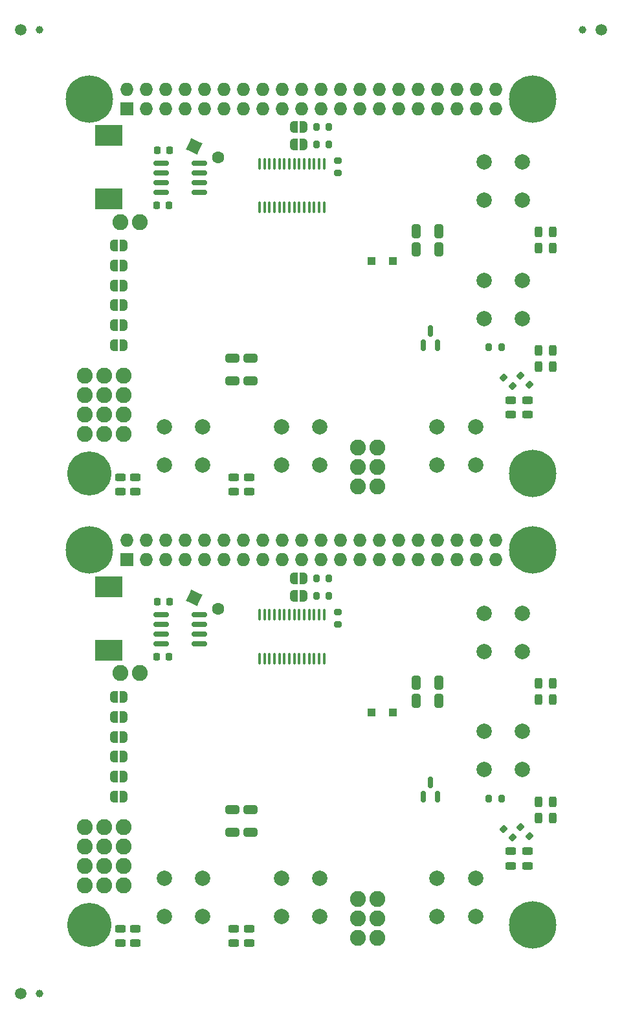
<source format=gts>
%TF.GenerationSoftware,KiCad,Pcbnew,6.0.11+dfsg-1*%
%TF.CreationDate,2024-03-16T14:36:40+00:00*%
%TF.ProjectId,panel,70616e65-6c2e-46b6-9963-61645f706362,rev?*%
%TF.SameCoordinates,Original*%
%TF.FileFunction,Soldermask,Top*%
%TF.FilePolarity,Negative*%
%FSLAX46Y46*%
G04 Gerber Fmt 4.6, Leading zero omitted, Abs format (unit mm)*
G04 Created by KiCad (PCBNEW 6.0.11+dfsg-1) date 2024-03-16 14:36:40*
%MOMM*%
%LPD*%
G01*
G04 APERTURE LIST*
G04 Aperture macros list*
%AMRoundRect*
0 Rectangle with rounded corners*
0 $1 Rounding radius*
0 $2 $3 $4 $5 $6 $7 $8 $9 X,Y pos of 4 corners*
0 Add a 4 corners polygon primitive as box body*
4,1,4,$2,$3,$4,$5,$6,$7,$8,$9,$2,$3,0*
0 Add four circle primitives for the rounded corners*
1,1,$1+$1,$2,$3*
1,1,$1+$1,$4,$5*
1,1,$1+$1,$6,$7*
1,1,$1+$1,$8,$9*
0 Add four rect primitives between the rounded corners*
20,1,$1+$1,$2,$3,$4,$5,0*
20,1,$1+$1,$4,$5,$6,$7,0*
20,1,$1+$1,$6,$7,$8,$9,0*
20,1,$1+$1,$8,$9,$2,$3,0*%
%AMRotRect*
0 Rectangle, with rotation*
0 The origin of the aperture is its center*
0 $1 length*
0 $2 width*
0 $3 Rotation angle, in degrees counterclockwise*
0 Add horizontal line*
21,1,$1,$2,0,0,$3*%
%AMFreePoly0*
4,1,22,0.500000,-0.750000,0.000000,-0.750000,0.000000,-0.745033,-0.079941,-0.743568,-0.215256,-0.701293,-0.333266,-0.622738,-0.424486,-0.514219,-0.481581,-0.384460,-0.499164,-0.250000,-0.500000,-0.250000,-0.500000,0.250000,-0.499164,0.250000,-0.499963,0.256109,-0.478152,0.396186,-0.417904,0.524511,-0.324060,0.630769,-0.204165,0.706417,-0.067858,0.745374,0.000000,0.744959,0.000000,0.750000,
0.500000,0.750000,0.500000,-0.750000,0.500000,-0.750000,$1*%
%AMFreePoly1*
4,1,20,0.000000,0.744959,0.073905,0.744508,0.209726,0.703889,0.328688,0.626782,0.421226,0.519385,0.479903,0.390333,0.500000,0.250000,0.500000,-0.250000,0.499851,-0.262216,0.476331,-0.402017,0.414519,-0.529596,0.319384,-0.634700,0.198574,-0.708877,0.061801,-0.746166,0.000000,-0.745033,0.000000,-0.750000,-0.500000,-0.750000,-0.500000,0.750000,0.000000,0.750000,0.000000,0.744959,
0.000000,0.744959,$1*%
G04 Aperture macros list end*
%ADD10C,1.500000*%
%ADD11C,6.200000*%
%ADD12FreePoly0,0.000000*%
%ADD13FreePoly1,0.000000*%
%ADD14RoundRect,0.243750X0.456250X-0.243750X0.456250X0.243750X-0.456250X0.243750X-0.456250X-0.243750X0*%
%ADD15C,2.000000*%
%ADD16C,2.082800*%
%ADD17RoundRect,0.200000X0.275000X-0.200000X0.275000X0.200000X-0.275000X0.200000X-0.275000X-0.200000X0*%
%ADD18RoundRect,0.200000X0.335876X0.053033X0.053033X0.335876X-0.335876X-0.053033X-0.053033X-0.335876X0*%
%ADD19RoundRect,0.200000X-0.200000X-0.275000X0.200000X-0.275000X0.200000X0.275000X-0.200000X0.275000X0*%
%ADD20R,1.100000X1.100000*%
%ADD21RoundRect,0.243750X0.243750X0.456250X-0.243750X0.456250X-0.243750X-0.456250X0.243750X-0.456250X0*%
%ADD22C,1.000000*%
%ADD23R,3.600000X2.700000*%
%ADD24RoundRect,0.225000X-0.225000X-0.250000X0.225000X-0.250000X0.225000X0.250000X-0.225000X0.250000X0*%
%ADD25C,5.750000*%
%ADD26RoundRect,0.150000X0.150000X-0.587500X0.150000X0.587500X-0.150000X0.587500X-0.150000X-0.587500X0*%
%ADD27RoundRect,0.250000X-0.325000X-0.650000X0.325000X-0.650000X0.325000X0.650000X-0.325000X0.650000X0*%
%ADD28RoundRect,0.150000X-0.825000X-0.150000X0.825000X-0.150000X0.825000X0.150000X-0.825000X0.150000X0*%
%ADD29RoundRect,0.250000X-0.650000X0.325000X-0.650000X-0.325000X0.650000X-0.325000X0.650000X0.325000X0*%
%ADD30R,1.727200X1.727200*%
%ADD31O,1.727200X1.727200*%
%ADD32RoundRect,0.100000X0.100000X-0.637500X0.100000X0.637500X-0.100000X0.637500X-0.100000X-0.637500X0*%
%ADD33RotRect,1.600000X1.600000X335.000000*%
%ADD34C,1.600000*%
G04 APERTURE END LIST*
D10*
%TO.C,REF\u002A\u002A*%
X110500000Y-148500000D03*
%TD*%
D11*
%TO.C,PI2*%
X177500000Y-139500000D03*
%TD*%
D12*
%TO.C,JP5*%
X122700000Y-120100000D03*
D13*
X124000000Y-120100000D03*
%TD*%
D14*
%TO.C,D29*%
X123600000Y-141837500D03*
X123600000Y-139962500D03*
%TD*%
D10*
%TO.C,REF\u002A\u002A*%
X110500000Y-22500000D03*
%TD*%
D15*
%TO.C,J5*%
X144625000Y-79405000D03*
X144625000Y-74405000D03*
X149625000Y-74405000D03*
X149625000Y-79405000D03*
%TD*%
D12*
%TO.C,JP7*%
X146250000Y-37500000D03*
D13*
X147550000Y-37500000D03*
%TD*%
D16*
%TO.C,J10*%
X157170000Y-141206800D03*
X154630000Y-141206800D03*
X157170000Y-138666800D03*
X154630000Y-138666800D03*
X157170000Y-136126800D03*
X154630000Y-136126800D03*
%TD*%
D17*
%TO.C,R28*%
X152000000Y-100225000D03*
X152000000Y-98575000D03*
%TD*%
D10*
%TO.C,REF\u002A\u002A*%
X186500000Y-22500000D03*
%TD*%
D18*
%TO.C,R23*%
X177083363Y-127883363D03*
X175916637Y-126716637D03*
%TD*%
D14*
%TO.C,D29*%
X123600000Y-82837500D03*
X123600000Y-80962500D03*
%TD*%
D19*
%TO.C,R12*%
X171775000Y-123000000D03*
X173425000Y-123000000D03*
%TD*%
D16*
%TO.C,J6*%
X124020000Y-134290000D03*
X121480000Y-134290000D03*
X124020000Y-131750000D03*
X121480000Y-131750000D03*
X124020000Y-129210000D03*
X121480000Y-129210000D03*
X124020000Y-126670000D03*
X121480000Y-126670000D03*
%TD*%
%TO.C,J6*%
X124020000Y-75290000D03*
X121480000Y-75290000D03*
X124020000Y-72750000D03*
X121480000Y-72750000D03*
X124020000Y-70210000D03*
X121480000Y-70210000D03*
X124020000Y-67670000D03*
X121480000Y-67670000D03*
%TD*%
D20*
%TO.C,D15*%
X156400000Y-111700000D03*
X159200000Y-111700000D03*
%TD*%
D21*
%TO.C,D30*%
X180137500Y-125500000D03*
X178262500Y-125500000D03*
%TD*%
D22*
%TO.C,REF\u002A\u002A*%
X113000000Y-22500000D03*
%TD*%
D12*
%TO.C,JP4*%
X122700000Y-117500000D03*
D13*
X124000000Y-117500000D03*
%TD*%
D12*
%TO.C,JP1*%
X122700000Y-50700000D03*
D13*
X124000000Y-50700000D03*
%TD*%
D21*
%TO.C,D37*%
X180137500Y-110000000D03*
X178262500Y-110000000D03*
%TD*%
D18*
%TO.C,R1*%
X174883363Y-128083363D03*
X173716637Y-126916637D03*
%TD*%
D12*
%TO.C,JP6*%
X122700000Y-63700000D03*
D13*
X124000000Y-63700000D03*
%TD*%
D22*
%TO.C,REF\u002A\u002A*%
X184000000Y-22500000D03*
%TD*%
D23*
%TO.C,L1*%
X122000000Y-103550000D03*
X122000000Y-95250000D03*
%TD*%
D24*
%TO.C,C6*%
X128425000Y-38200000D03*
X129975000Y-38200000D03*
%TD*%
D19*
%TO.C,R39*%
X149175000Y-37500000D03*
X150825000Y-37500000D03*
%TD*%
D11*
%TO.C,PI1*%
X177500000Y-90500000D03*
%TD*%
D15*
%TO.C,J3*%
X165000000Y-138405000D03*
X165000000Y-133405000D03*
X170000000Y-138405000D03*
X170000000Y-133405000D03*
%TD*%
D18*
%TO.C,R1*%
X174883363Y-69083363D03*
X173716637Y-67916637D03*
%TD*%
D21*
%TO.C,D5*%
X180137500Y-64400000D03*
X178262500Y-64400000D03*
%TD*%
D24*
%TO.C,C9*%
X128325000Y-104400000D03*
X129875000Y-104400000D03*
%TD*%
D25*
%TO.C,PI4*%
X119500000Y-139500000D03*
%TD*%
D12*
%TO.C,JP2*%
X122700000Y-112300000D03*
D13*
X124000000Y-112300000D03*
%TD*%
D14*
%TO.C,D4*%
X125500000Y-141837500D03*
X125500000Y-139962500D03*
%TD*%
D12*
%TO.C,JP7*%
X146250000Y-96500000D03*
D13*
X147550000Y-96500000D03*
%TD*%
D16*
%TO.C,J1*%
X118920000Y-126670000D03*
X118920000Y-129210000D03*
X118920000Y-131750000D03*
X118920000Y-134290000D03*
%TD*%
D19*
%TO.C,R39*%
X149175000Y-96500000D03*
X150825000Y-96500000D03*
%TD*%
D26*
%TO.C,Q5*%
X163150000Y-63737500D03*
X165050000Y-63737500D03*
X164100000Y-61862500D03*
%TD*%
D17*
%TO.C,R28*%
X152000000Y-41225000D03*
X152000000Y-39575000D03*
%TD*%
D12*
%TO.C,JP3*%
X122700000Y-114900000D03*
D13*
X124000000Y-114900000D03*
%TD*%
D19*
%TO.C,R12*%
X171775000Y-64000000D03*
X173425000Y-64000000D03*
%TD*%
D14*
%TO.C,D31*%
X138400000Y-82837500D03*
X138400000Y-80962500D03*
%TD*%
D12*
%TO.C,JP2*%
X122700000Y-53300000D03*
D13*
X124000000Y-53300000D03*
%TD*%
D11*
%TO.C,PI3*%
X119500000Y-90500000D03*
%TD*%
D19*
%TO.C,R40*%
X149175000Y-94200000D03*
X150825000Y-94200000D03*
%TD*%
D27*
%TO.C,C16*%
X162225000Y-51200000D03*
X165175000Y-51200000D03*
%TD*%
D15*
%TO.C,J8*%
X176105000Y-44750000D03*
X171105000Y-44750000D03*
X171105000Y-39750000D03*
X176105000Y-39750000D03*
%TD*%
D25*
%TO.C,PI4*%
X119500000Y-80500000D03*
%TD*%
D12*
%TO.C,JP8*%
X146250000Y-94200000D03*
D13*
X147550000Y-94200000D03*
%TD*%
D12*
%TO.C,JP4*%
X122700000Y-58500000D03*
D13*
X124000000Y-58500000D03*
%TD*%
D28*
%TO.C,U1*%
X128925000Y-98895000D03*
X128925000Y-100165000D03*
X128925000Y-101435000D03*
X128925000Y-102705000D03*
X133875000Y-102705000D03*
X133875000Y-101435000D03*
X133875000Y-100165000D03*
X133875000Y-98895000D03*
%TD*%
D12*
%TO.C,JP3*%
X122700000Y-55900000D03*
D13*
X124000000Y-55900000D03*
%TD*%
D14*
%TO.C,D31*%
X138400000Y-141837500D03*
X138400000Y-139962500D03*
%TD*%
%TO.C,D19*%
X140450000Y-82837500D03*
X140450000Y-80962500D03*
%TD*%
D27*
%TO.C,C15*%
X162225000Y-48800000D03*
X165175000Y-48800000D03*
%TD*%
D23*
%TO.C,L1*%
X122000000Y-44550000D03*
X122000000Y-36250000D03*
%TD*%
D18*
%TO.C,R23*%
X177083363Y-68883363D03*
X175916637Y-67716637D03*
%TD*%
D15*
%TO.C,J7*%
X171105000Y-60200000D03*
X176105000Y-60200000D03*
X171105000Y-55200000D03*
X176105000Y-55200000D03*
%TD*%
D21*
%TO.C,D20*%
X180137500Y-107900000D03*
X178262500Y-107900000D03*
%TD*%
D24*
%TO.C,C6*%
X128425000Y-97200000D03*
X129975000Y-97200000D03*
%TD*%
D27*
%TO.C,C15*%
X162225000Y-107800000D03*
X165175000Y-107800000D03*
%TD*%
D14*
%TO.C,D4*%
X125500000Y-82837500D03*
X125500000Y-80962500D03*
%TD*%
D29*
%TO.C,C11*%
X140600000Y-124425000D03*
X140600000Y-127375000D03*
%TD*%
D26*
%TO.C,Q5*%
X163150000Y-122737500D03*
X165050000Y-122737500D03*
X164100000Y-120862500D03*
%TD*%
D15*
%TO.C,J8*%
X171105000Y-103750000D03*
X176105000Y-103750000D03*
X176105000Y-98750000D03*
X171105000Y-98750000D03*
%TD*%
D12*
%TO.C,JP1*%
X122700000Y-109700000D03*
D13*
X124000000Y-109700000D03*
%TD*%
D16*
%TO.C,J9*%
X126140000Y-106590000D03*
X123600000Y-106590000D03*
%TD*%
%TO.C,J1*%
X118920000Y-67670000D03*
X118920000Y-70210000D03*
X118920000Y-72750000D03*
X118920000Y-75290000D03*
%TD*%
D21*
%TO.C,D37*%
X180137500Y-51000000D03*
X178262500Y-51000000D03*
%TD*%
D14*
%TO.C,D1*%
X174600000Y-131737500D03*
X174600000Y-129862500D03*
%TD*%
%TO.C,D38*%
X176800000Y-72737500D03*
X176800000Y-70862500D03*
%TD*%
D21*
%TO.C,D30*%
X180137500Y-66500000D03*
X178262500Y-66500000D03*
%TD*%
D30*
%TO.C,J2*%
X124370000Y-91770000D03*
D31*
X124370000Y-89230000D03*
X126910000Y-91770000D03*
X126910000Y-89230000D03*
X129450000Y-91770000D03*
X129450000Y-89230000D03*
X131990000Y-91770000D03*
X131990000Y-89230000D03*
X134530000Y-91770000D03*
X134530000Y-89230000D03*
X137070000Y-91770000D03*
X137070000Y-89230000D03*
X139610000Y-91770000D03*
X139610000Y-89230000D03*
X142150000Y-91770000D03*
X142150000Y-89230000D03*
X144690000Y-91770000D03*
X144690000Y-89230000D03*
X147230000Y-91770000D03*
X147230000Y-89230000D03*
X149770000Y-91770000D03*
X149770000Y-89230000D03*
X152310000Y-91770000D03*
X152310000Y-89230000D03*
X154850000Y-91770000D03*
X154850000Y-89230000D03*
X157390000Y-91770000D03*
X157390000Y-89230000D03*
X159930000Y-91770000D03*
X159930000Y-89230000D03*
X162470000Y-91770000D03*
X162470000Y-89230000D03*
X165010000Y-91770000D03*
X165010000Y-89230000D03*
X167550000Y-91770000D03*
X167550000Y-89230000D03*
X170090000Y-91770000D03*
X170090000Y-89230000D03*
X172630000Y-91770000D03*
X172630000Y-89230000D03*
%TD*%
D24*
%TO.C,C9*%
X128325000Y-45400000D03*
X129875000Y-45400000D03*
%TD*%
D29*
%TO.C,C3*%
X138200000Y-124425000D03*
X138200000Y-127375000D03*
%TD*%
D20*
%TO.C,D15*%
X156400000Y-52700000D03*
X159200000Y-52700000D03*
%TD*%
D15*
%TO.C,J4*%
X129300000Y-138405000D03*
X129300000Y-133405000D03*
X134300000Y-133405000D03*
X134300000Y-138405000D03*
%TD*%
D28*
%TO.C,U1*%
X128925000Y-39895000D03*
X128925000Y-41165000D03*
X128925000Y-42435000D03*
X128925000Y-43705000D03*
X133875000Y-43705000D03*
X133875000Y-42435000D03*
X133875000Y-41165000D03*
X133875000Y-39895000D03*
%TD*%
D29*
%TO.C,C11*%
X140600000Y-65425000D03*
X140600000Y-68375000D03*
%TD*%
%TO.C,C3*%
X138200000Y-65425000D03*
X138200000Y-68375000D03*
%TD*%
D12*
%TO.C,JP8*%
X146250000Y-35200000D03*
D13*
X147550000Y-35200000D03*
%TD*%
D16*
%TO.C,J9*%
X126140000Y-47590000D03*
X123600000Y-47590000D03*
%TD*%
D14*
%TO.C,D38*%
X176800000Y-131737500D03*
X176800000Y-129862500D03*
%TD*%
D32*
%TO.C,U2*%
X141750000Y-45687500D03*
X142400000Y-45687500D03*
X143050000Y-45687500D03*
X143700000Y-45687500D03*
X144350000Y-45687500D03*
X145000000Y-45687500D03*
X145650000Y-45687500D03*
X146300000Y-45687500D03*
X146950000Y-45687500D03*
X147600000Y-45687500D03*
X148250000Y-45687500D03*
X148900000Y-45687500D03*
X149550000Y-45687500D03*
X150200000Y-45687500D03*
X150200000Y-39962500D03*
X149550000Y-39962500D03*
X148900000Y-39962500D03*
X148250000Y-39962500D03*
X147600000Y-39962500D03*
X146950000Y-39962500D03*
X146300000Y-39962500D03*
X145650000Y-39962500D03*
X145000000Y-39962500D03*
X144350000Y-39962500D03*
X143700000Y-39962500D03*
X143050000Y-39962500D03*
X142400000Y-39962500D03*
X141750000Y-39962500D03*
%TD*%
D15*
%TO.C,J7*%
X171105000Y-119200000D03*
X176105000Y-119200000D03*
X171105000Y-114200000D03*
X176105000Y-114200000D03*
%TD*%
D12*
%TO.C,JP6*%
X122700000Y-122700000D03*
D13*
X124000000Y-122700000D03*
%TD*%
D15*
%TO.C,J3*%
X165000000Y-79405000D03*
X165000000Y-74405000D03*
X170000000Y-74405000D03*
X170000000Y-79405000D03*
%TD*%
D16*
%TO.C,J10*%
X157170000Y-82206800D03*
X154630000Y-82206800D03*
X157170000Y-79666800D03*
X154630000Y-79666800D03*
X157170000Y-77126800D03*
X154630000Y-77126800D03*
%TD*%
D14*
%TO.C,D19*%
X140450000Y-141837500D03*
X140450000Y-139962500D03*
%TD*%
D27*
%TO.C,C16*%
X162225000Y-110200000D03*
X165175000Y-110200000D03*
%TD*%
D30*
%TO.C,J2*%
X124370000Y-32770000D03*
D31*
X124370000Y-30230000D03*
X126910000Y-32770000D03*
X126910000Y-30230000D03*
X129450000Y-32770000D03*
X129450000Y-30230000D03*
X131990000Y-32770000D03*
X131990000Y-30230000D03*
X134530000Y-32770000D03*
X134530000Y-30230000D03*
X137070000Y-32770000D03*
X137070000Y-30230000D03*
X139610000Y-32770000D03*
X139610000Y-30230000D03*
X142150000Y-32770000D03*
X142150000Y-30230000D03*
X144690000Y-32770000D03*
X144690000Y-30230000D03*
X147230000Y-32770000D03*
X147230000Y-30230000D03*
X149770000Y-32770000D03*
X149770000Y-30230000D03*
X152310000Y-32770000D03*
X152310000Y-30230000D03*
X154850000Y-32770000D03*
X154850000Y-30230000D03*
X157390000Y-32770000D03*
X157390000Y-30230000D03*
X159930000Y-32770000D03*
X159930000Y-30230000D03*
X162470000Y-32770000D03*
X162470000Y-30230000D03*
X165010000Y-32770000D03*
X165010000Y-30230000D03*
X167550000Y-32770000D03*
X167550000Y-30230000D03*
X170090000Y-32770000D03*
X170090000Y-30230000D03*
X172630000Y-32770000D03*
X172630000Y-30230000D03*
%TD*%
D21*
%TO.C,D5*%
X180137500Y-123400000D03*
X178262500Y-123400000D03*
%TD*%
D14*
%TO.C,D1*%
X174600000Y-72737500D03*
X174600000Y-70862500D03*
%TD*%
D21*
%TO.C,D20*%
X180137500Y-48900000D03*
X178262500Y-48900000D03*
%TD*%
D15*
%TO.C,J4*%
X129300000Y-79405000D03*
X129300000Y-74405000D03*
X134300000Y-74405000D03*
X134300000Y-79405000D03*
%TD*%
D22*
%TO.C,REF\u002A\u002A*%
X113000000Y-148500000D03*
%TD*%
D11*
%TO.C,PI1*%
X177500000Y-31500000D03*
%TD*%
D15*
%TO.C,J5*%
X144625000Y-133405000D03*
X144625000Y-138405000D03*
X149625000Y-133405000D03*
X149625000Y-138405000D03*
%TD*%
D11*
%TO.C,PI3*%
X119500000Y-31500000D03*
%TD*%
D32*
%TO.C,U2*%
X141750000Y-104687500D03*
X142400000Y-104687500D03*
X143050000Y-104687500D03*
X143700000Y-104687500D03*
X144350000Y-104687500D03*
X145000000Y-104687500D03*
X145650000Y-104687500D03*
X146300000Y-104687500D03*
X146950000Y-104687500D03*
X147600000Y-104687500D03*
X148250000Y-104687500D03*
X148900000Y-104687500D03*
X149550000Y-104687500D03*
X150200000Y-104687500D03*
X150200000Y-98962500D03*
X149550000Y-98962500D03*
X148900000Y-98962500D03*
X148250000Y-98962500D03*
X147600000Y-98962500D03*
X146950000Y-98962500D03*
X146300000Y-98962500D03*
X145650000Y-98962500D03*
X145000000Y-98962500D03*
X144350000Y-98962500D03*
X143700000Y-98962500D03*
X143050000Y-98962500D03*
X142400000Y-98962500D03*
X141750000Y-98962500D03*
%TD*%
D19*
%TO.C,R40*%
X149175000Y-35200000D03*
X150825000Y-35200000D03*
%TD*%
D12*
%TO.C,JP5*%
X122700000Y-61100000D03*
D13*
X124000000Y-61100000D03*
%TD*%
D11*
%TO.C,PI2*%
X177500000Y-80500000D03*
%TD*%
D33*
%TO.C,C8*%
X133200000Y-37700000D03*
D34*
X136372077Y-39179164D03*
%TD*%
D33*
%TO.C,C8*%
X133200000Y-96700000D03*
D34*
X136372077Y-98179164D03*
%TD*%
M02*

</source>
